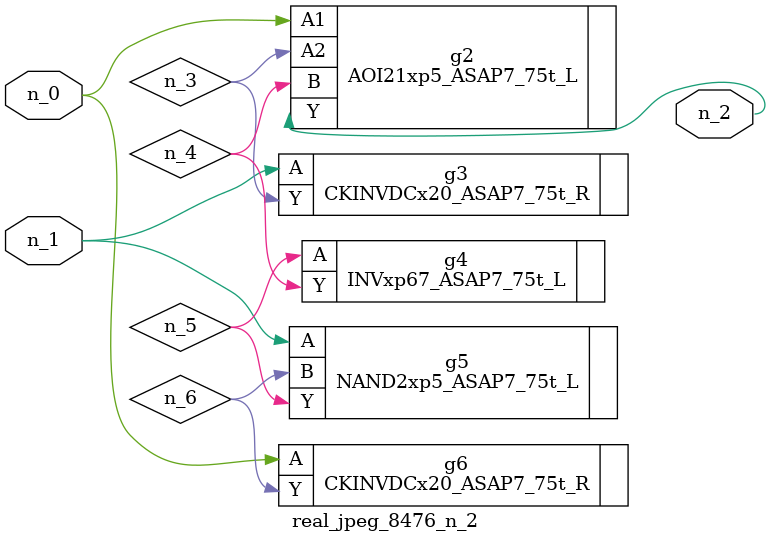
<source format=v>
module real_jpeg_8476_n_2 (n_1, n_0, n_2);

input n_1;
input n_0;

output n_2;

wire n_5;
wire n_4;
wire n_6;
wire n_3;

AOI21xp5_ASAP7_75t_L g2 ( 
.A1(n_0),
.A2(n_3),
.B(n_4),
.Y(n_2)
);

CKINVDCx20_ASAP7_75t_R g6 ( 
.A(n_0),
.Y(n_6)
);

CKINVDCx20_ASAP7_75t_R g3 ( 
.A(n_1),
.Y(n_3)
);

NAND2xp5_ASAP7_75t_L g5 ( 
.A(n_1),
.B(n_6),
.Y(n_5)
);

INVxp67_ASAP7_75t_L g4 ( 
.A(n_5),
.Y(n_4)
);


endmodule
</source>
